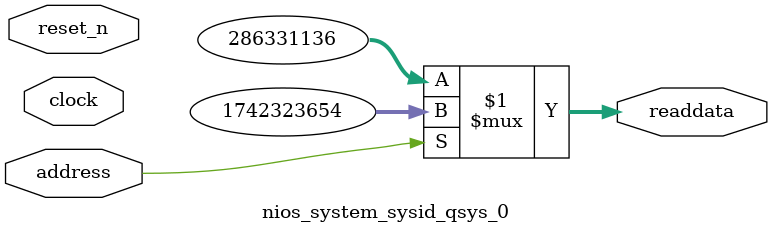
<source format=v>



// synthesis translate_off
`timescale 1ns / 1ps
// synthesis translate_on

// turn off superfluous verilog processor warnings 
// altera message_level Level1 
// altera message_off 10034 10035 10036 10037 10230 10240 10030 

module nios_system_sysid_qsys_0 (
               // inputs:
                address,
                clock,
                reset_n,

               // outputs:
                readdata
             )
;

  output  [ 31: 0] readdata;
  input            address;
  input            clock;
  input            reset_n;

  wire    [ 31: 0] readdata;
  //control_slave, which is an e_avalon_slave
  assign readdata = address ? 1742323654 : 286331136;

endmodule



</source>
